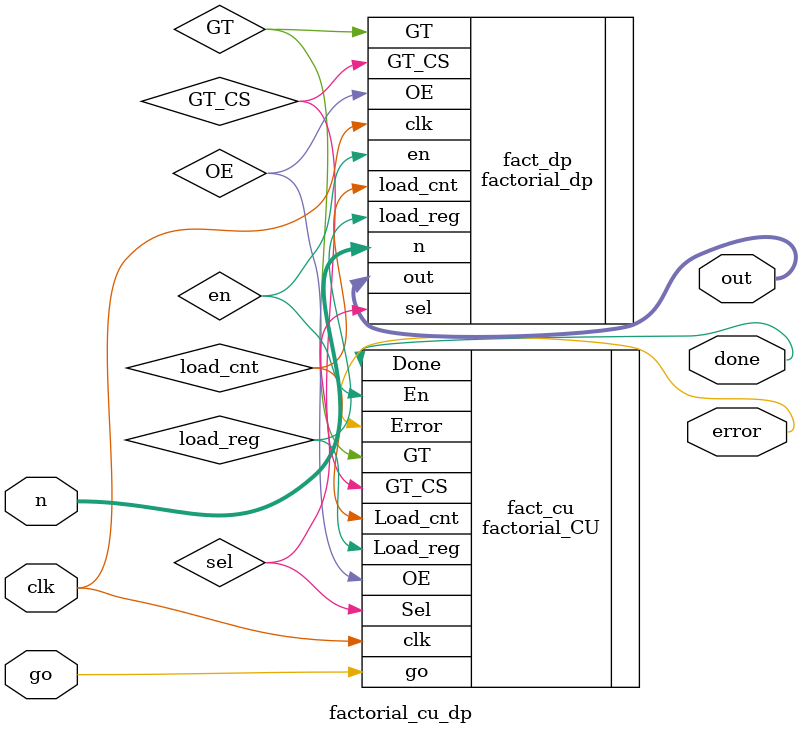
<source format=v>
`timescale 1ns / 1ps


module factorial_cu_dp(
    input wire go,
    input wire clk,
    input wire [3:0] n, 
    output wire done, error,
    output wire [31:0] out
    );
    
    wire sel;
    wire en;
    wire load_reg;
    wire load_cnt;
    wire OE;
    wire GT;
    wire GT_CS;
    factorial_dp fact_dp (
        .n          (n),
        .sel        (sel),
        .en         (en),
        .clk        (clk),
        .load_cnt   (load_cnt),
        .load_reg   (load_reg),
        .OE         (OE),
        .out        (out),
      //  .done       (done),
        .GT_CS      (GT_CS),
        .GT         (GT)
    );
    
    factorial_CU fact_cu(
        .go(go),
        .clk(clk),
        .GT(GT),
        .GT_CS(GT_CS),
        .Sel(sel),
        .Load_reg(load_reg),
        .Load_cnt(load_cnt),
        .OE(OE),
        .En(en),
        .Done(done),
        .Error(error)    
    );
    
endmodule

</source>
